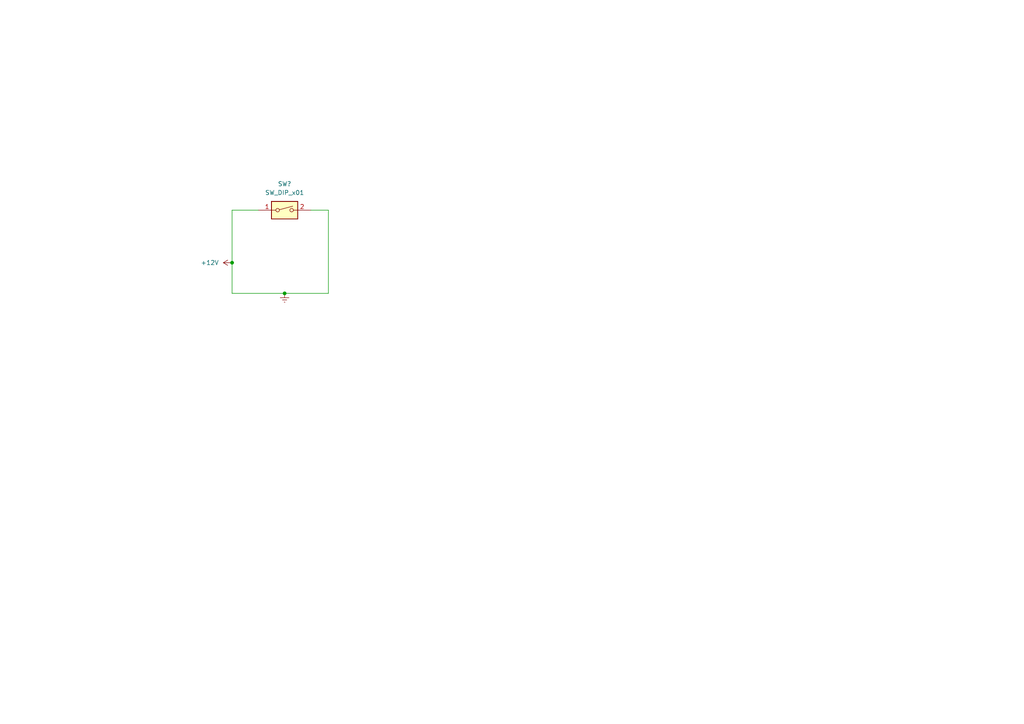
<source format=kicad_sch>
(kicad_sch (version 20211123) (generator eeschema)

  (uuid dfa6d817-d7f7-4bea-b5a3-8c721b78b0c7)

  (paper "A4")

  (lib_symbols
    (symbol "Switch:SW_DIP_x01" (pin_names (offset 0) hide) (in_bom yes) (on_board yes)
      (property "Reference" "SW" (id 0) (at 0 3.81 0)
        (effects (font (size 1.27 1.27)))
      )
      (property "Value" "SW_DIP_x01" (id 1) (at 0 -3.81 0)
        (effects (font (size 1.27 1.27)))
      )
      (property "Footprint" "" (id 2) (at 0 0 0)
        (effects (font (size 1.27 1.27)) hide)
      )
      (property "Datasheet" "~" (id 3) (at 0 0 0)
        (effects (font (size 1.27 1.27)) hide)
      )
      (property "ki_keywords" "dip switch" (id 4) (at 0 0 0)
        (effects (font (size 1.27 1.27)) hide)
      )
      (property "ki_description" "1x DIP Switch, Single Pole Single Throw (SPST) switch, small symbol" (id 5) (at 0 0 0)
        (effects (font (size 1.27 1.27)) hide)
      )
      (property "ki_fp_filters" "SW?DIP?x1*" (id 6) (at 0 0 0)
        (effects (font (size 1.27 1.27)) hide)
      )
      (symbol "SW_DIP_x01_0_0"
        (circle (center -2.032 0) (radius 0.508)
          (stroke (width 0) (type default) (color 0 0 0 0))
          (fill (type none))
        )
        (polyline
          (pts
            (xy -1.524 0.127)
            (xy 2.3622 1.1684)
          )
          (stroke (width 0) (type default) (color 0 0 0 0))
          (fill (type none))
        )
        (circle (center 2.032 0) (radius 0.508)
          (stroke (width 0) (type default) (color 0 0 0 0))
          (fill (type none))
        )
      )
      (symbol "SW_DIP_x01_0_1"
        (rectangle (start -3.81 2.54) (end 3.81 -2.54)
          (stroke (width 0.254) (type default) (color 0 0 0 0))
          (fill (type background))
        )
      )
      (symbol "SW_DIP_x01_1_1"
        (pin passive line (at -7.62 0 0) (length 5.08)
          (name "~" (effects (font (size 1.27 1.27))))
          (number "1" (effects (font (size 1.27 1.27))))
        )
        (pin passive line (at 7.62 0 180) (length 5.08)
          (name "~" (effects (font (size 1.27 1.27))))
          (number "2" (effects (font (size 1.27 1.27))))
        )
      )
    )
    (symbol "power:+12V" (power) (pin_names (offset 0)) (in_bom yes) (on_board yes)
      (property "Reference" "#PWR" (id 0) (at 0 -3.81 0)
        (effects (font (size 1.27 1.27)) hide)
      )
      (property "Value" "+12V" (id 1) (at 0 3.556 0)
        (effects (font (size 1.27 1.27)))
      )
      (property "Footprint" "" (id 2) (at 0 0 0)
        (effects (font (size 1.27 1.27)) hide)
      )
      (property "Datasheet" "" (id 3) (at 0 0 0)
        (effects (font (size 1.27 1.27)) hide)
      )
      (property "ki_keywords" "power-flag" (id 4) (at 0 0 0)
        (effects (font (size 1.27 1.27)) hide)
      )
      (property "ki_description" "Power symbol creates a global label with name \"+12V\"" (id 5) (at 0 0 0)
        (effects (font (size 1.27 1.27)) hide)
      )
      (symbol "+12V_0_1"
        (polyline
          (pts
            (xy -0.762 1.27)
            (xy 0 2.54)
          )
          (stroke (width 0) (type default) (color 0 0 0 0))
          (fill (type none))
        )
        (polyline
          (pts
            (xy 0 0)
            (xy 0 2.54)
          )
          (stroke (width 0) (type default) (color 0 0 0 0))
          (fill (type none))
        )
        (polyline
          (pts
            (xy 0 2.54)
            (xy 0.762 1.27)
          )
          (stroke (width 0) (type default) (color 0 0 0 0))
          (fill (type none))
        )
      )
      (symbol "+12V_1_1"
        (pin power_in line (at 0 0 90) (length 0) hide
          (name "+12V" (effects (font (size 1.27 1.27))))
          (number "1" (effects (font (size 1.27 1.27))))
        )
      )
    )
    (symbol "power:Earth" (power) (pin_names (offset 0)) (in_bom yes) (on_board yes)
      (property "Reference" "#PWR" (id 0) (at 0 -6.35 0)
        (effects (font (size 1.27 1.27)) hide)
      )
      (property "Value" "Earth" (id 1) (at 0 -3.81 0)
        (effects (font (size 1.27 1.27)) hide)
      )
      (property "Footprint" "" (id 2) (at 0 0 0)
        (effects (font (size 1.27 1.27)) hide)
      )
      (property "Datasheet" "~" (id 3) (at 0 0 0)
        (effects (font (size 1.27 1.27)) hide)
      )
      (property "ki_keywords" "power-flag ground gnd" (id 4) (at 0 0 0)
        (effects (font (size 1.27 1.27)) hide)
      )
      (property "ki_description" "Power symbol creates a global label with name \"Earth\"" (id 5) (at 0 0 0)
        (effects (font (size 1.27 1.27)) hide)
      )
      (symbol "Earth_0_1"
        (polyline
          (pts
            (xy -0.635 -1.905)
            (xy 0.635 -1.905)
          )
          (stroke (width 0) (type default) (color 0 0 0 0))
          (fill (type none))
        )
        (polyline
          (pts
            (xy -0.127 -2.54)
            (xy 0.127 -2.54)
          )
          (stroke (width 0) (type default) (color 0 0 0 0))
          (fill (type none))
        )
        (polyline
          (pts
            (xy 0 -1.27)
            (xy 0 0)
          )
          (stroke (width 0) (type default) (color 0 0 0 0))
          (fill (type none))
        )
        (polyline
          (pts
            (xy 1.27 -1.27)
            (xy -1.27 -1.27)
          )
          (stroke (width 0) (type default) (color 0 0 0 0))
          (fill (type none))
        )
      )
      (symbol "Earth_1_1"
        (pin power_in line (at 0 0 270) (length 0) hide
          (name "Earth" (effects (font (size 1.27 1.27))))
          (number "1" (effects (font (size 1.27 1.27))))
        )
      )
    )
  )

  (junction (at 67.31 76.2) (diameter 0) (color 0 0 0 0)
    (uuid 34aa0de8-5d1c-483b-b30a-e2b4bfe62499)
  )
  (junction (at 82.55 85.09) (diameter 0) (color 0 0 0 0)
    (uuid d3d3a2f2-3ec0-4965-a159-a61759808b47)
  )

  (wire (pts (xy 67.31 85.09) (xy 82.55 85.09))
    (stroke (width 0) (type default) (color 0 0 0 0))
    (uuid 10a896e6-6904-4dd0-a35e-6e1aab845367)
  )
  (wire (pts (xy 67.31 76.2) (xy 67.31 60.96))
    (stroke (width 0) (type default) (color 0 0 0 0))
    (uuid 43f0957d-6a88-4540-85d5-d0dafe4f532b)
  )
  (wire (pts (xy 90.17 60.96) (xy 95.25 60.96))
    (stroke (width 0) (type default) (color 0 0 0 0))
    (uuid 63af1090-1146-4417-8fc4-5b1a0c5d0c35)
  )
  (wire (pts (xy 67.31 76.2) (xy 67.31 85.09))
    (stroke (width 0) (type default) (color 0 0 0 0))
    (uuid b21a7678-3e17-46ab-b744-56731e903faa)
  )
  (wire (pts (xy 95.25 60.96) (xy 95.25 85.09))
    (stroke (width 0) (type default) (color 0 0 0 0))
    (uuid c7b70d26-de5b-4991-ac3d-6f4e2790e98e)
  )
  (wire (pts (xy 67.31 60.96) (xy 74.93 60.96))
    (stroke (width 0) (type default) (color 0 0 0 0))
    (uuid e1664069-c313-4419-8d74-37e3bf7eb89e)
  )
  (wire (pts (xy 95.25 85.09) (xy 82.55 85.09))
    (stroke (width 0) (type default) (color 0 0 0 0))
    (uuid ee84ec0e-6485-4ac4-8fed-70871d8dec4e)
  )

  (symbol (lib_id "power:Earth") (at 82.55 85.09 0) (unit 1)
    (in_bom yes) (on_board yes) (fields_autoplaced)
    (uuid 82a6e5d4-1e5d-44ac-b65f-2eb06b0dacad)
    (property "Reference" "#PWR?" (id 0) (at 82.55 91.44 0)
      (effects (font (size 1.27 1.27)) hide)
    )
    (property "Value" "Earth" (id 1) (at 82.55 88.9 0)
      (effects (font (size 1.27 1.27)) hide)
    )
    (property "Footprint" "" (id 2) (at 82.55 85.09 0)
      (effects (font (size 1.27 1.27)) hide)
    )
    (property "Datasheet" "~" (id 3) (at 82.55 85.09 0)
      (effects (font (size 1.27 1.27)) hide)
    )
    (pin "1" (uuid 13878c7e-8040-4ec6-8352-22a76e9d3f5a))
  )

  (symbol (lib_id "power:+12V") (at 67.31 76.2 90) (unit 1)
    (in_bom yes) (on_board yes) (fields_autoplaced)
    (uuid bd0db76c-a74d-4827-961a-73e95a44dad8)
    (property "Reference" "#PWR?" (id 0) (at 71.12 76.2 0)
      (effects (font (size 1.27 1.27)) hide)
    )
    (property "Value" "+12V" (id 1) (at 63.5 76.1999 90)
      (effects (font (size 1.27 1.27)) (justify left))
    )
    (property "Footprint" "" (id 2) (at 67.31 76.2 0)
      (effects (font (size 1.27 1.27)) hide)
    )
    (property "Datasheet" "" (id 3) (at 67.31 76.2 0)
      (effects (font (size 1.27 1.27)) hide)
    )
    (pin "1" (uuid 455cc420-6809-4d5e-98b5-ca7c760cab07))
  )

  (symbol (lib_id "Switch:SW_DIP_x01") (at 82.55 60.96 0) (unit 1)
    (in_bom yes) (on_board yes) (fields_autoplaced)
    (uuid f3d5f721-ed5b-4863-aa97-f46a72110c36)
    (property "Reference" "SW?" (id 0) (at 82.55 53.34 0))
    (property "Value" "SW_DIP_x01" (id 1) (at 82.55 55.88 0))
    (property "Footprint" "" (id 2) (at 82.55 60.96 0)
      (effects (font (size 1.27 1.27)) hide)
    )
    (property "Datasheet" "~" (id 3) (at 82.55 60.96 0)
      (effects (font (size 1.27 1.27)) hide)
    )
    (pin "1" (uuid 4aa1a3f3-0af9-4891-ab18-e7b76828a29d))
    (pin "2" (uuid 0b833dbf-721f-4130-bc48-f0ef8a40c2ea))
  )

  (sheet_instances
    (path "/" (page "1"))
  )

  (symbol_instances
    (path "/82a6e5d4-1e5d-44ac-b65f-2eb06b0dacad"
      (reference "#PWR?") (unit 1) (value "Earth") (footprint "")
    )
    (path "/bd0db76c-a74d-4827-961a-73e95a44dad8"
      (reference "#PWR?") (unit 1) (value "+12V") (footprint "")
    )
    (path "/f3d5f721-ed5b-4863-aa97-f46a72110c36"
      (reference "SW?") (unit 1) (value "SW_DIP_x01") (footprint "")
    )
  )
)

</source>
